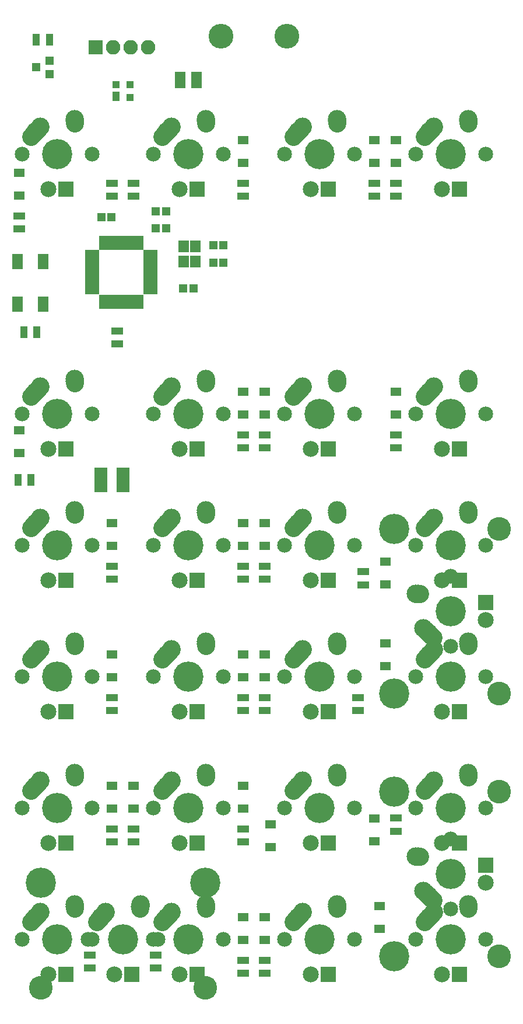
<source format=gbs>
%TF.GenerationSoftware,KiCad,Pcbnew,(5.0.0)*%
%TF.CreationDate,2019-02-04T23:42:10-08:00*%
%TF.ProjectId,Voyager20,566F796167657232302E6B696361645F,rev?*%
%TF.SameCoordinates,Original*%
%TF.FileFunction,Soldermask,Bot*%
%TF.FilePolarity,Negative*%
%FSLAX46Y46*%
G04 Gerber Fmt 4.6, Leading zero omitted, Abs format (unit mm)*
G04 Created by KiCad (PCBNEW (5.0.0)) date 02/04/19 23:42:10*
%MOMM*%
%LPD*%
G01*
G04 APERTURE LIST*
%ADD10C,2.150000*%
%ADD11R,2.305000X2.305000*%
%ADD12C,2.305000*%
%ADD13C,2.650000*%
%ADD14C,4.387800*%
%ADD15C,2.650000*%
%ADD16R,1.200000X1.150000*%
%ADD17R,1.600000X1.300000*%
%ADD18R,1.540000X2.430000*%
%ADD19R,1.100000X1.700000*%
%ADD20R,1.700000X1.100000*%
%ADD21R,1.500000X2.200000*%
%ADD22R,1.100000X1.400000*%
%ADD23R,1.100000X1.000000*%
%ADD24R,1.600000X1.800000*%
%ADD25C,3.448000*%
%ADD26R,1.300000X1.200000*%
%ADD27O,2.100000X2.100000*%
%ADD28R,2.100000X2.100000*%
%ADD29R,0.950000X2.000000*%
%ADD30R,2.000000X0.950000*%
%ADD31R,1.900000X1.900000*%
%ADD32C,3.600000*%
G04 APERTURE END LIST*
D10*
X90805000Y-96837500D03*
X80645000Y-96837500D03*
D11*
X86995000Y-101917500D03*
D12*
X84455000Y-101917500D03*
D13*
X83225000Y-92837500D03*
D14*
X85725000Y-96837500D03*
D13*
X82570001Y-93567500D03*
D15*
X81915000Y-94297500D02*
X83225002Y-92837500D01*
D13*
X88265000Y-91757500D03*
X88245000Y-92047500D03*
D15*
X88225000Y-92337500D02*
X88265000Y-91757500D01*
D16*
X70274750Y-15176500D03*
X71774750Y-15176500D03*
X71774750Y-17716500D03*
X70274750Y-17716500D03*
X54018750Y-11112500D03*
X55518750Y-11112500D03*
X65925000Y-21431250D03*
X67425000Y-21431250D03*
X63456250Y-12700000D03*
X61956250Y-12700000D03*
X63456250Y-10318750D03*
X61956250Y-10318750D03*
D17*
X42068750Y-42006250D03*
X42068750Y-45306250D03*
X74612500Y-39750000D03*
X74612500Y-36450000D03*
X77787500Y-36450000D03*
X77787500Y-39750000D03*
X96837500Y-39750000D03*
X96837500Y-36450000D03*
X55562500Y-58800000D03*
X55562500Y-55500000D03*
X74612500Y-55500000D03*
X74612500Y-58800000D03*
X77787500Y-58800000D03*
X77787500Y-55500000D03*
X95250000Y-61056250D03*
X95250000Y-64356250D03*
X55562500Y-77850000D03*
X55562500Y-74550000D03*
X74612500Y-74550000D03*
X74612500Y-77850000D03*
X77787500Y-74550000D03*
X77787500Y-77850000D03*
X95250000Y-76262500D03*
X95250000Y-72962500D03*
X55562500Y-96900000D03*
X55562500Y-93600000D03*
X58737500Y-93600000D03*
X58737500Y-96900000D03*
X93662500Y-98362500D03*
X93662500Y-101662500D03*
X74612500Y-96900000D03*
X74612500Y-93600000D03*
X78581250Y-99156250D03*
X78581250Y-102456250D03*
X74612500Y-115950000D03*
X74612500Y-112650000D03*
X77787500Y-112650000D03*
X77787500Y-115950000D03*
X94456250Y-114362500D03*
X94456250Y-111062500D03*
D18*
X65475000Y8731250D03*
X67875000Y8731250D03*
D10*
X52705000Y-39687500D03*
X42545000Y-39687500D03*
D11*
X48895000Y-44767500D03*
D12*
X46355000Y-44767500D03*
D13*
X45125000Y-35687500D03*
D14*
X47625000Y-39687500D03*
D13*
X44470001Y-36417500D03*
D15*
X43815000Y-37147500D02*
X45125002Y-35687500D01*
D13*
X50165000Y-34607500D03*
X50145000Y-34897500D03*
D15*
X50125000Y-35187500D02*
X50165000Y-34607500D01*
D10*
X71755000Y-39687500D03*
X61595000Y-39687500D03*
D11*
X67945000Y-44767500D03*
D12*
X65405000Y-44767500D03*
D13*
X64175000Y-35687500D03*
D14*
X66675000Y-39687500D03*
D13*
X63520001Y-36417500D03*
D15*
X62865000Y-37147500D02*
X64175002Y-35687500D01*
D13*
X69215000Y-34607500D03*
X69195000Y-34897500D03*
D15*
X69175000Y-35187500D02*
X69215000Y-34607500D01*
D13*
X88245000Y-34897500D03*
D15*
X88225000Y-35187500D02*
X88265000Y-34607500D01*
D13*
X88265000Y-34607500D03*
X82570001Y-36417500D03*
D15*
X81915000Y-37147500D02*
X83225002Y-35687500D01*
D14*
X85725000Y-39687500D03*
D13*
X83225000Y-35687500D03*
D12*
X84455000Y-44767500D03*
D11*
X86995000Y-44767500D03*
D10*
X80645000Y-39687500D03*
X90805000Y-39687500D03*
D13*
X107295000Y-34897500D03*
D15*
X107275000Y-35187500D02*
X107315000Y-34607500D01*
D13*
X107315000Y-34607500D03*
X101620001Y-36417500D03*
D15*
X100965000Y-37147500D02*
X102275002Y-35687500D01*
D14*
X104775000Y-39687500D03*
D13*
X102275000Y-35687500D03*
D12*
X103505000Y-44767500D03*
D11*
X106045000Y-44767500D03*
D10*
X99695000Y-39687500D03*
X109855000Y-39687500D03*
X52705000Y-58737500D03*
X42545000Y-58737500D03*
D11*
X48895000Y-63817500D03*
D12*
X46355000Y-63817500D03*
D13*
X45125000Y-54737500D03*
D14*
X47625000Y-58737500D03*
D13*
X44470001Y-55467500D03*
D15*
X43815000Y-56197500D02*
X45125002Y-54737500D01*
D13*
X50165000Y-53657500D03*
X50145000Y-53947500D03*
D15*
X50125000Y-54237500D02*
X50165000Y-53657500D01*
D13*
X69195000Y-53947500D03*
D15*
X69175000Y-54237500D02*
X69215000Y-53657500D01*
D13*
X69215000Y-53657500D03*
X63520001Y-55467500D03*
D15*
X62865000Y-56197500D02*
X64175002Y-54737500D01*
D14*
X66675000Y-58737500D03*
D13*
X64175000Y-54737500D03*
D12*
X65405000Y-63817500D03*
D11*
X67945000Y-63817500D03*
D10*
X61595000Y-58737500D03*
X71755000Y-58737500D03*
D13*
X88245000Y-53947500D03*
D15*
X88225000Y-54237500D02*
X88265000Y-53657500D01*
D13*
X88265000Y-53657500D03*
X82570001Y-55467500D03*
D15*
X81915000Y-56197500D02*
X83225002Y-54737500D01*
D14*
X85725000Y-58737500D03*
D13*
X83225000Y-54737500D03*
D12*
X84455000Y-63817500D03*
D11*
X86995000Y-63817500D03*
D10*
X80645000Y-58737500D03*
X90805000Y-58737500D03*
D13*
X107295000Y-53947500D03*
D15*
X107275000Y-54237500D02*
X107315000Y-53657500D01*
D13*
X107315000Y-53657500D03*
X101620001Y-55467500D03*
D15*
X100965000Y-56197500D02*
X102275002Y-54737500D01*
D14*
X104775000Y-58737500D03*
D13*
X102275000Y-54737500D03*
D12*
X103505000Y-63817500D03*
D11*
X106045000Y-63817500D03*
D10*
X99695000Y-58737500D03*
X109855000Y-58737500D03*
X52705000Y-77787500D03*
X42545000Y-77787500D03*
D11*
X48895000Y-82867500D03*
D12*
X46355000Y-82867500D03*
D13*
X45125000Y-73787500D03*
D14*
X47625000Y-77787500D03*
D13*
X44470001Y-74517500D03*
D15*
X43815000Y-75247500D02*
X45125002Y-73787500D01*
D13*
X50165000Y-72707500D03*
X50145000Y-72997500D03*
D15*
X50125000Y-73287500D02*
X50165000Y-72707500D01*
D13*
X69195000Y-72997500D03*
D15*
X69175000Y-73287500D02*
X69215000Y-72707500D01*
D13*
X69215000Y-72707500D03*
X63520001Y-74517500D03*
D15*
X62865000Y-75247500D02*
X64175002Y-73787500D01*
D14*
X66675000Y-77787500D03*
D13*
X64175000Y-73787500D03*
D12*
X65405000Y-82867500D03*
D11*
X67945000Y-82867500D03*
D10*
X61595000Y-77787500D03*
X71755000Y-77787500D03*
X90805000Y-77787500D03*
X80645000Y-77787500D03*
D11*
X86995000Y-82867500D03*
D12*
X84455000Y-82867500D03*
D13*
X83225000Y-73787500D03*
D14*
X85725000Y-77787500D03*
D13*
X82570001Y-74517500D03*
D15*
X81915000Y-75247500D02*
X83225002Y-73787500D01*
D13*
X88265000Y-72707500D03*
X88245000Y-72997500D03*
D15*
X88225000Y-73287500D02*
X88265000Y-72707500D01*
D10*
X109855000Y-77787500D03*
X99695000Y-77787500D03*
D11*
X106045000Y-82867500D03*
D12*
X103505000Y-82867500D03*
D13*
X102275000Y-73787500D03*
D14*
X104775000Y-77787500D03*
D13*
X101620001Y-74517500D03*
D15*
X100965000Y-75247500D02*
X102275002Y-73787500D01*
D13*
X107315000Y-72707500D03*
X107295000Y-72997500D03*
D15*
X107275000Y-73287500D02*
X107315000Y-72707500D01*
D10*
X52705000Y-96837500D03*
X42545000Y-96837500D03*
D11*
X48895000Y-101917500D03*
D12*
X46355000Y-101917500D03*
D13*
X45125000Y-92837500D03*
D14*
X47625000Y-96837500D03*
D13*
X44470001Y-93567500D03*
D15*
X43815000Y-94297500D02*
X45125002Y-92837500D01*
D13*
X50165000Y-91757500D03*
X50145000Y-92047500D03*
D15*
X50125000Y-92337500D02*
X50165000Y-91757500D01*
D13*
X69195000Y-92047500D03*
D15*
X69175000Y-92337500D02*
X69215000Y-91757500D01*
D13*
X69215000Y-91757500D03*
X63520001Y-93567500D03*
D15*
X62865000Y-94297500D02*
X64175002Y-92837500D01*
D14*
X66675000Y-96837500D03*
D13*
X64175000Y-92837500D03*
D12*
X65405000Y-101917500D03*
D11*
X67945000Y-101917500D03*
D10*
X61595000Y-96837500D03*
X71755000Y-96837500D03*
D13*
X107295000Y-92047500D03*
D15*
X107275000Y-92337500D02*
X107315000Y-91757500D01*
D13*
X107315000Y-91757500D03*
X101620001Y-93567500D03*
D15*
X100965000Y-94297500D02*
X102275002Y-92837500D01*
D14*
X104775000Y-96837500D03*
D13*
X102275000Y-92837500D03*
D12*
X103505000Y-101917500D03*
D11*
X106045000Y-101917500D03*
D10*
X99695000Y-96837500D03*
X109855000Y-96837500D03*
D13*
X50145000Y-111097500D03*
D15*
X50125000Y-111387500D02*
X50165000Y-110807500D01*
D13*
X50165000Y-110807500D03*
X44470001Y-112617500D03*
D15*
X43815000Y-113347500D02*
X45125002Y-111887500D01*
D14*
X47625000Y-115887500D03*
D13*
X45125000Y-111887500D03*
D12*
X46355000Y-120967500D03*
D11*
X48895000Y-120967500D03*
D10*
X42545000Y-115887500D03*
X52705000Y-115887500D03*
X71755000Y-115887500D03*
X61595000Y-115887500D03*
D11*
X67945000Y-120967500D03*
D12*
X65405000Y-120967500D03*
D13*
X64175000Y-111887500D03*
D14*
X66675000Y-115887500D03*
D13*
X63520001Y-112617500D03*
D15*
X62865000Y-113347500D02*
X64175002Y-111887500D01*
D13*
X69215000Y-110807500D03*
X69195000Y-111097500D03*
D15*
X69175000Y-111387500D02*
X69215000Y-110807500D01*
D13*
X88245000Y-111097500D03*
D15*
X88225000Y-111387500D02*
X88265000Y-110807500D01*
D13*
X88265000Y-110807500D03*
X82570001Y-112617500D03*
D15*
X81915000Y-113347500D02*
X83225002Y-111887500D01*
D14*
X85725000Y-115887500D03*
D13*
X83225000Y-111887500D03*
D12*
X84455000Y-120967500D03*
D11*
X86995000Y-120967500D03*
D10*
X80645000Y-115887500D03*
X90805000Y-115887500D03*
X109855000Y-115887500D03*
X99695000Y-115887500D03*
D11*
X106045000Y-120967500D03*
D12*
X103505000Y-120967500D03*
D13*
X102275000Y-111887500D03*
D14*
X104775000Y-115887500D03*
D13*
X101620001Y-112617500D03*
D15*
X100965000Y-113347500D02*
X102275002Y-111887500D01*
D13*
X107315000Y-110807500D03*
X107295000Y-111097500D03*
D15*
X107275000Y-111387500D02*
X107315000Y-110807500D01*
D19*
X42769750Y-27813000D03*
X44669750Y-27813000D03*
D20*
X58737500Y-6193750D03*
X58737500Y-8093750D03*
X55562500Y-6193750D03*
X55562500Y-8093750D03*
X56356250Y-29525000D03*
X56356250Y-27625000D03*
D19*
X43812500Y-49212500D03*
X41912500Y-49212500D03*
D20*
X74612500Y-44606250D03*
X74612500Y-42706250D03*
X77787500Y-42706250D03*
X77787500Y-44606250D03*
X96837500Y-44606250D03*
X96837500Y-42706250D03*
X55562500Y-63656250D03*
X55562500Y-61756250D03*
X74612500Y-63656250D03*
X74612500Y-61756250D03*
X77787500Y-63656250D03*
X77787500Y-61756250D03*
X92075000Y-62550000D03*
X92075000Y-64450000D03*
X55562500Y-80806250D03*
X55562500Y-82706250D03*
X74612500Y-82706250D03*
X74612500Y-80806250D03*
X77787500Y-80806250D03*
X77787500Y-82706250D03*
X91281250Y-82706250D03*
X91281250Y-80806250D03*
X55562500Y-99856250D03*
X55562500Y-101756250D03*
X58737500Y-99856250D03*
X58737500Y-101756250D03*
X96837500Y-98268750D03*
X96837500Y-100168750D03*
X74612500Y-99856250D03*
X74612500Y-101756250D03*
X52387500Y-120012500D03*
X52387500Y-118112500D03*
X61912500Y-118112500D03*
X61912500Y-120012500D03*
X77787500Y-120806250D03*
X77787500Y-118906250D03*
X74612500Y-118906250D03*
X74612500Y-120806250D03*
D21*
X41869750Y-17569250D03*
X45569750Y-23769250D03*
X45569750Y-17569250D03*
X41869750Y-23769250D03*
D22*
X56150000Y6393750D03*
D23*
X58150000Y6193750D03*
X56150000Y8093750D03*
X58150000Y8093750D03*
D24*
X65952000Y-15346500D03*
X65952000Y-17546500D03*
X67652000Y-17546500D03*
X67652000Y-15346500D03*
D13*
X99985000Y-65742500D03*
D15*
X100275000Y-65762500D02*
X99695000Y-65722500D01*
D13*
X99695000Y-65722500D03*
X101505000Y-71417499D03*
D15*
X102235000Y-72072500D02*
X100775000Y-70762498D01*
D14*
X104775000Y-68262500D03*
D13*
X100775000Y-70762500D03*
D12*
X109855000Y-69532500D03*
D11*
X109855000Y-66992500D03*
D10*
X104775000Y-73342500D03*
X104775000Y-63182500D03*
D25*
X111760000Y-80200500D03*
X111760000Y-56324500D03*
D14*
X96520000Y-80200500D03*
X96520000Y-56324500D03*
X96520000Y-94424500D03*
X96520000Y-118300500D03*
D25*
X111760000Y-94424500D03*
X111760000Y-118300500D03*
D10*
X104775000Y-101282500D03*
X104775000Y-111442500D03*
D11*
X109855000Y-105092500D03*
D12*
X109855000Y-107632500D03*
D13*
X100775000Y-108862500D03*
D14*
X104775000Y-106362500D03*
D13*
X101505000Y-109517499D03*
D15*
X102235000Y-110172500D02*
X100775000Y-108862498D01*
D13*
X99695000Y-103822500D03*
X99985000Y-103842500D03*
D15*
X100275000Y-103862500D02*
X99695000Y-103822500D01*
D13*
X59670000Y-111097500D03*
D15*
X59650000Y-111387500D02*
X59690000Y-110807500D01*
D13*
X59690000Y-110807500D03*
X53995001Y-112617500D03*
D15*
X53340000Y-113347500D02*
X54650002Y-111887500D01*
D14*
X57150000Y-115887500D03*
D13*
X54650000Y-111887500D03*
D12*
X55880000Y-120967500D03*
D11*
X58420000Y-120967500D03*
D10*
X52070000Y-115887500D03*
X62230000Y-115887500D03*
D25*
X45212000Y-122872500D03*
X69088000Y-122872500D03*
D14*
X45212000Y-107632500D03*
X69088000Y-107632500D03*
D26*
X44529500Y10604500D03*
X46529500Y9654500D03*
X46529500Y11554500D03*
D19*
X44579500Y14573250D03*
X46479500Y14573250D03*
D17*
X42068750Y-8000000D03*
X42068750Y-4700000D03*
X74612500Y62500D03*
X74612500Y-3237500D03*
X93662500Y-3237500D03*
X93662500Y62500D03*
X96837500Y62500D03*
X96837500Y-3237500D03*
D13*
X50145000Y2808800D03*
D15*
X50125000Y2518800D02*
X50165000Y3098800D01*
D13*
X50165000Y3098800D03*
X44470001Y1288800D03*
D15*
X43815000Y558800D02*
X45125002Y2018800D01*
D14*
X47625000Y-1981200D03*
D13*
X45125000Y2018800D03*
D12*
X46355000Y-7061200D03*
D11*
X48895000Y-7061200D03*
D10*
X42545000Y-1981200D03*
X52705000Y-1981200D03*
X71755000Y-1981200D03*
X61595000Y-1981200D03*
D11*
X67945000Y-7061200D03*
D12*
X65405000Y-7061200D03*
D13*
X64175000Y2018800D03*
D14*
X66675000Y-1981200D03*
D13*
X63520001Y1288800D03*
D15*
X62865000Y558800D02*
X64175002Y2018800D01*
D13*
X69215000Y3098800D03*
X69195000Y2808800D03*
D15*
X69175000Y2518800D02*
X69215000Y3098800D01*
D13*
X88245000Y2808800D03*
D15*
X88225000Y2518800D02*
X88265000Y3098800D01*
D13*
X88265000Y3098800D03*
X82570001Y1288800D03*
D15*
X81915000Y558800D02*
X83225002Y2018800D01*
D14*
X85725000Y-1981200D03*
D13*
X83225000Y2018800D03*
D12*
X84455000Y-7061200D03*
D11*
X86995000Y-7061200D03*
D10*
X80645000Y-1981200D03*
X90805000Y-1981200D03*
X109855000Y-1981200D03*
X99695000Y-1981200D03*
D11*
X106045000Y-7061200D03*
D12*
X103505000Y-7061200D03*
D13*
X102275000Y2018800D03*
D14*
X104775000Y-1981200D03*
D13*
X101620001Y1288800D03*
D15*
X100965000Y558800D02*
X102275002Y2018800D01*
D13*
X107315000Y3098800D03*
X107295000Y2808800D03*
D15*
X107275000Y2518800D02*
X107315000Y3098800D01*
D20*
X42068750Y-12856250D03*
X42068750Y-10956250D03*
X74612500Y-6193750D03*
X74612500Y-8093750D03*
X93662500Y-8093750D03*
X93662500Y-6193750D03*
X96837500Y-6193750D03*
X96837500Y-8093750D03*
D27*
X60801250Y13493750D03*
X58261250Y13493750D03*
X55721250Y13493750D03*
D28*
X53181250Y13493750D03*
D29*
X59696000Y-14863500D03*
X58896000Y-14863500D03*
X58096000Y-14863500D03*
X57296000Y-14863500D03*
X56496000Y-14863500D03*
X55696000Y-14863500D03*
X54896000Y-14863500D03*
X54096000Y-14863500D03*
D30*
X52646000Y-16313500D03*
X52646000Y-17113500D03*
X52646000Y-17913500D03*
X52646000Y-18713500D03*
X52646000Y-19513500D03*
X52646000Y-20313500D03*
X52646000Y-21113500D03*
X52646000Y-21913500D03*
D29*
X54096000Y-23363500D03*
X54896000Y-23363500D03*
X55696000Y-23363500D03*
X56496000Y-23363500D03*
X57296000Y-23363500D03*
X58096000Y-23363500D03*
X58896000Y-23363500D03*
X59696000Y-23363500D03*
D30*
X61146000Y-21913500D03*
X61146000Y-21113500D03*
X61146000Y-20313500D03*
X61146000Y-19513500D03*
X61146000Y-18713500D03*
X61146000Y-17913500D03*
X61146000Y-17113500D03*
X61146000Y-16313500D03*
D31*
X53975000Y-48362500D03*
X53975000Y-50062500D03*
X57150000Y-50062500D03*
X57150000Y-48362500D03*
D32*
X71437500Y15081250D03*
X80962500Y15081250D03*
M02*

</source>
